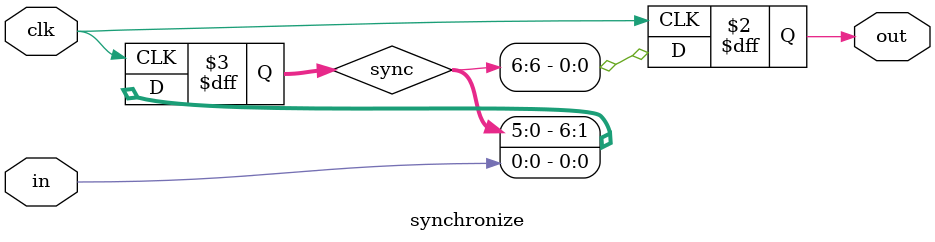
<source format=sv>

module synchronize #(parameter NSYNC = 8) ( // number of sync flops. must be >= 2
       input clk,
       input in,
       output reg out
    );

  reg [NSYNC-2:0] sync;

  always_ff @ (posedge clk) begin
    {out,sync} <= {sync[NSYNC-2:0],in};
  end
endmodule

</source>
